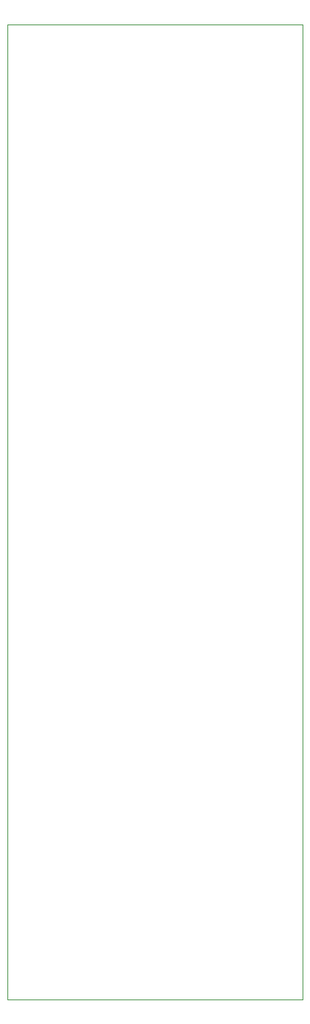
<source format=gbr>
G04 #@! TF.GenerationSoftware,KiCad,Pcbnew,5.1.6-1.fc31*
G04 #@! TF.CreationDate,2020-06-18T16:59:41-04:00*
G04 #@! TF.ProjectId,ChordArrayGUI,43686f72-6441-4727-9261-794755492e6b,rev?*
G04 #@! TF.SameCoordinates,Original*
G04 #@! TF.FileFunction,Profile,NP*
%FSLAX46Y46*%
G04 Gerber Fmt 4.6, Leading zero omitted, Abs format (unit mm)*
G04 Created by KiCad (PCBNEW 5.1.6-1.fc31) date 2020-06-18 16:59:41*
%MOMM*%
%LPD*%
G01*
G04 APERTURE LIST*
G04 #@! TA.AperFunction,Profile*
%ADD10C,0.050000*%
G04 #@! TD*
G04 APERTURE END LIST*
D10*
X99695000Y-17780000D02*
X99695000Y-128905000D01*
X133350000Y-17780000D02*
X99695000Y-17780000D01*
X133350000Y-128905000D02*
X133350000Y-17780000D01*
X99695000Y-128905000D02*
X133350000Y-128905000D01*
M02*

</source>
